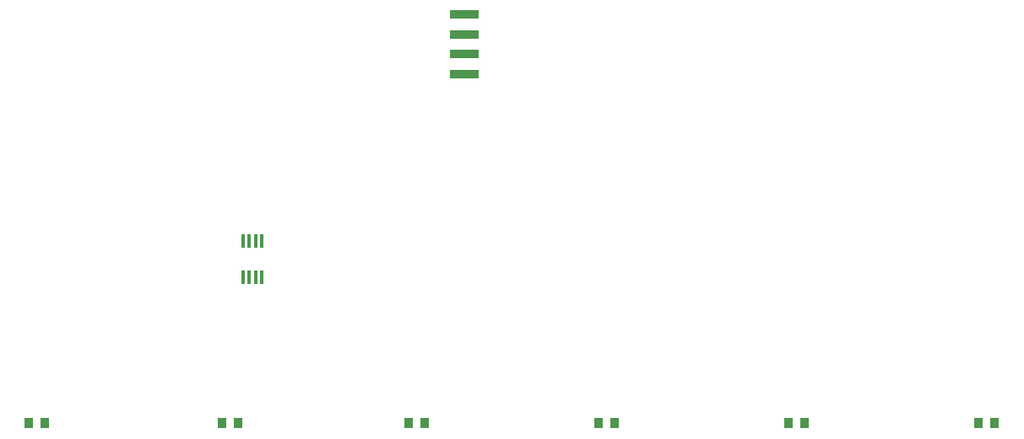
<source format=gbr>
G04 EAGLE Gerber RS-274X export*
G75*
%MOMM*%
%FSLAX34Y34*%
%LPD*%
%INSolderpaste Top*%
%IPPOS*%
%AMOC8*
5,1,8,0,0,1.08239X$1,22.5*%
G01*
%ADD10R,0.949959X1.031241*%
%ADD11R,0.355600X1.320800*%
%ADD12R,3.000000X0.900000*%


D10*
X93599Y254000D03*
X109601Y254000D03*
X287274Y254000D03*
X303276Y254000D03*
X1046099Y254000D03*
X1062101Y254000D03*
X855599Y254000D03*
X871601Y254000D03*
X665099Y254000D03*
X681101Y254000D03*
X474599Y254000D03*
X490601Y254000D03*
D11*
X307848Y400812D03*
X314198Y400812D03*
X320802Y400812D03*
X327152Y400812D03*
X327152Y437388D03*
X320802Y437388D03*
X314198Y437388D03*
X307848Y437388D03*
D12*
X529800Y645000D03*
X529800Y665000D03*
X529800Y625000D03*
X529800Y605000D03*
M02*

</source>
